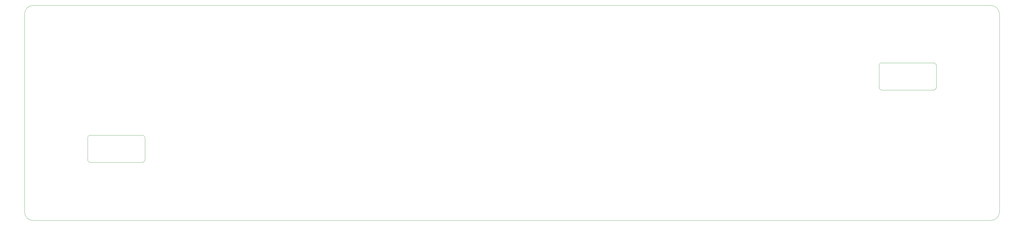
<source format=gbr>
%TF.GenerationSoftware,KiCad,Pcbnew,(6.0.10)*%
%TF.CreationDate,2023-01-22T18:36:13+01:00*%
%TF.ProjectId,exiLight,6578694c-6967-4687-942e-6b696361645f,1.0*%
%TF.SameCoordinates,Original*%
%TF.FileFunction,Profile,NP*%
%FSLAX46Y46*%
G04 Gerber Fmt 4.6, Leading zero omitted, Abs format (unit mm)*
G04 Created by KiCad (PCBNEW (6.0.10)) date 2023-01-22 18:36:13*
%MOMM*%
%LPD*%
G01*
G04 APERTURE LIST*
%TA.AperFunction,Profile*%
%ADD10C,0.100000*%
%TD*%
G04 APERTURE END LIST*
D10*
X66000000Y-150750000D02*
X84000000Y-150750000D01*
X43000000Y-108500000D02*
X43000000Y-177500000D01*
X342000000Y-125500000D02*
G75*
G03*
X341000000Y-126500000I0J-1000000D01*
G01*
X361000000Y-126500000D02*
G75*
G03*
X360000000Y-125500000I-1000000J0D01*
G01*
X380000000Y-105500000D02*
X46000000Y-105500000D01*
X85000000Y-151750000D02*
G75*
G03*
X84000000Y-150750000I-1000000J0D01*
G01*
X65000000Y-159250000D02*
G75*
G03*
X66000000Y-160250000I1000000J0D01*
G01*
X383000000Y-177500000D02*
X383000000Y-108500000D01*
X342000000Y-125500000D02*
X360000000Y-125500000D01*
X361000000Y-126500000D02*
X361000000Y-134000000D01*
X66000000Y-150750000D02*
G75*
G03*
X65000000Y-151750000I0J-1000000D01*
G01*
X84000000Y-160250000D02*
G75*
G03*
X85000000Y-159250000I0J1000000D01*
G01*
X341000000Y-134000000D02*
G75*
G03*
X342000000Y-135000000I1000000J0D01*
G01*
X85000000Y-151750000D02*
X85000000Y-159250000D01*
X360000000Y-135000000D02*
G75*
G03*
X361000000Y-134000000I0J1000000D01*
G01*
X380000000Y-180500000D02*
G75*
G03*
X383000000Y-177500000I0J3000000D01*
G01*
X46000000Y-180500000D02*
X380000000Y-180500000D01*
X341000000Y-134000000D02*
X341000000Y-126500000D01*
X84000000Y-160250000D02*
X66000000Y-160250000D01*
X46000000Y-105500000D02*
G75*
G03*
X43000000Y-108500000I0J-3000000D01*
G01*
X65000000Y-159250000D02*
X65000000Y-151750000D01*
X360000000Y-135000000D02*
X342000000Y-135000000D01*
X383000000Y-108500000D02*
G75*
G03*
X380000000Y-105500000I-3000000J0D01*
G01*
X43000000Y-177500000D02*
G75*
G03*
X46000000Y-180500000I3000000J0D01*
G01*
M02*

</source>
